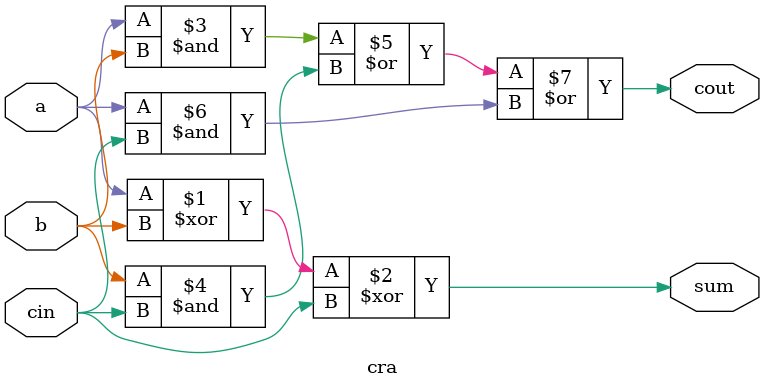
<source format=v>
module cra(
    input a, b, cin,
    output sum, cout
);
    assign sum = a ^ b ^ cin;
    assign cout = (a & b) | (b & cin) | (a & cin);
endmodule
</source>
